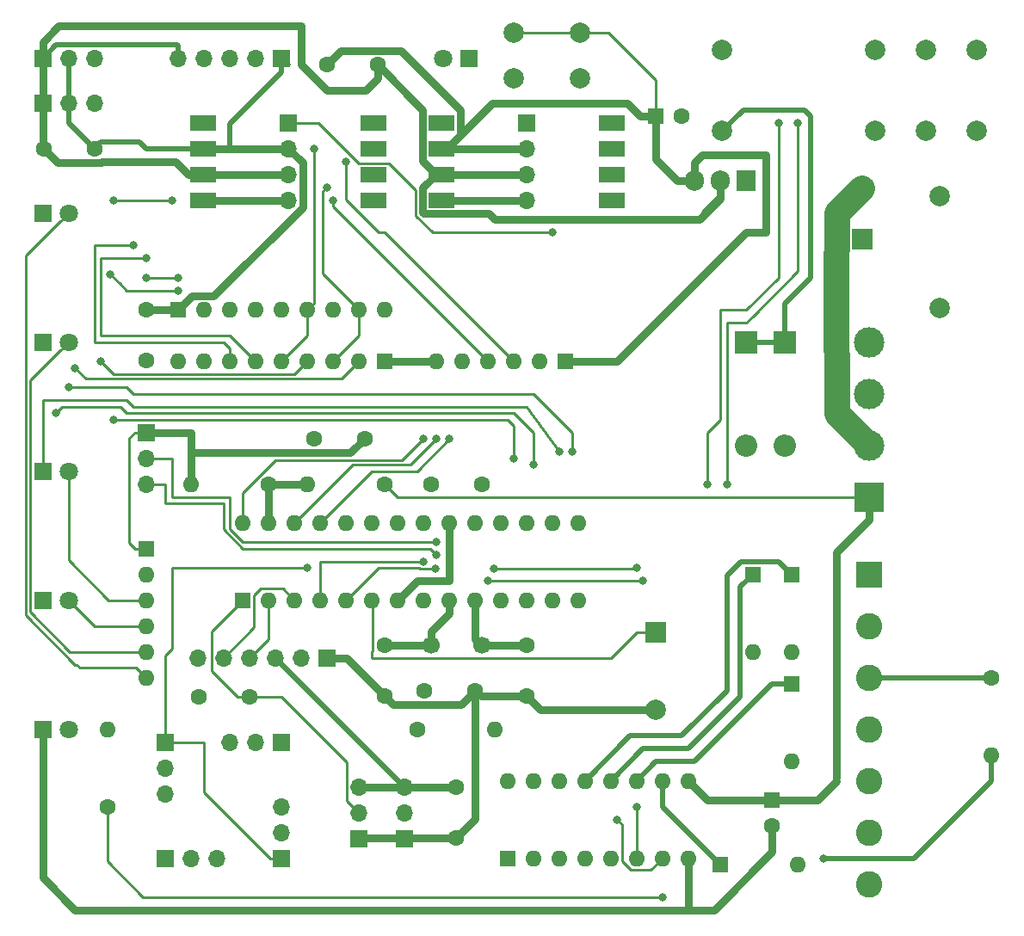
<source format=gbr>
G04 #@! TF.GenerationSoftware,KiCad,Pcbnew,(5.1.9)-1*
G04 #@! TF.CreationDate,2021-03-29T17:49:30-07:00*
G04 #@! TF.ProjectId,DSAMKVIC,4453414d-4b56-4494-932e-6b696361645f,rev?*
G04 #@! TF.SameCoordinates,Original*
G04 #@! TF.FileFunction,Copper,L1,Top*
G04 #@! TF.FilePolarity,Positive*
%FSLAX46Y46*%
G04 Gerber Fmt 4.6, Leading zero omitted, Abs format (unit mm)*
G04 Created by KiCad (PCBNEW (5.1.9)-1) date 2021-03-29 17:49:30*
%MOMM*%
%LPD*%
G01*
G04 APERTURE LIST*
G04 #@! TA.AperFunction,ComponentPad*
%ADD10R,1.600000X1.600000*%
G04 #@! TD*
G04 #@! TA.AperFunction,ComponentPad*
%ADD11O,1.600000X1.600000*%
G04 #@! TD*
G04 #@! TA.AperFunction,ComponentPad*
%ADD12C,1.800000*%
G04 #@! TD*
G04 #@! TA.AperFunction,ComponentPad*
%ADD13R,1.800000X1.800000*%
G04 #@! TD*
G04 #@! TA.AperFunction,ComponentPad*
%ADD14R,1.700000X1.700000*%
G04 #@! TD*
G04 #@! TA.AperFunction,ComponentPad*
%ADD15O,1.700000X1.700000*%
G04 #@! TD*
G04 #@! TA.AperFunction,ComponentPad*
%ADD16C,1.600000*%
G04 #@! TD*
G04 #@! TA.AperFunction,SMDPad,CuDef*
%ADD17R,2.540000X1.520000*%
G04 #@! TD*
G04 #@! TA.AperFunction,ComponentPad*
%ADD18C,2.000000*%
G04 #@! TD*
G04 #@! TA.AperFunction,ComponentPad*
%ADD19R,2.000000X2.000000*%
G04 #@! TD*
G04 #@! TA.AperFunction,ComponentPad*
%ADD20C,2.600000*%
G04 #@! TD*
G04 #@! TA.AperFunction,ComponentPad*
%ADD21R,2.600000X2.600000*%
G04 #@! TD*
G04 #@! TA.AperFunction,ComponentPad*
%ADD22C,1.700000*%
G04 #@! TD*
G04 #@! TA.AperFunction,ComponentPad*
%ADD23R,2.200000X2.200000*%
G04 #@! TD*
G04 #@! TA.AperFunction,ComponentPad*
%ADD24O,2.200000X2.200000*%
G04 #@! TD*
G04 #@! TA.AperFunction,ComponentPad*
%ADD25R,1.905000X2.000000*%
G04 #@! TD*
G04 #@! TA.AperFunction,ComponentPad*
%ADD26O,1.905000X2.000000*%
G04 #@! TD*
G04 #@! TA.AperFunction,ComponentPad*
%ADD27C,3.000000*%
G04 #@! TD*
G04 #@! TA.AperFunction,ComponentPad*
%ADD28R,3.000000X3.000000*%
G04 #@! TD*
G04 #@! TA.AperFunction,ViaPad*
%ADD29C,0.800000*%
G04 #@! TD*
G04 #@! TA.AperFunction,Conductor*
%ADD30C,0.508000*%
G04 #@! TD*
G04 #@! TA.AperFunction,Conductor*
%ADD31C,2.540000*%
G04 #@! TD*
G04 #@! TA.AperFunction,Conductor*
%ADD32C,0.762000*%
G04 #@! TD*
G04 #@! TA.AperFunction,Conductor*
%ADD33C,0.254000*%
G04 #@! TD*
G04 #@! TA.AperFunction,Conductor*
%ADD34C,0.250000*%
G04 #@! TD*
G04 APERTURE END LIST*
D10*
X120015000Y-109855000D03*
D11*
X153035000Y-102235000D03*
X122555000Y-109855000D03*
X150495000Y-102235000D03*
X125095000Y-109855000D03*
X147955000Y-102235000D03*
X127635000Y-109855000D03*
X145415000Y-102235000D03*
X130175000Y-109855000D03*
X142875000Y-102235000D03*
X132715000Y-109855000D03*
X140335000Y-102235000D03*
X135255000Y-109855000D03*
X137795000Y-102235000D03*
X137795000Y-109855000D03*
X135255000Y-102235000D03*
X140335000Y-109855000D03*
X132715000Y-102235000D03*
X142875000Y-109855000D03*
X130175000Y-102235000D03*
X145415000Y-109855000D03*
X127635000Y-102235000D03*
X147955000Y-109855000D03*
X125095000Y-102235000D03*
X150495000Y-109855000D03*
X122555000Y-102235000D03*
X153035000Y-109855000D03*
X120015000Y-102235000D03*
D12*
X102870000Y-84455000D03*
D13*
X100330000Y-84455000D03*
D14*
X110490000Y-93345000D03*
D15*
X110490000Y-95885000D03*
X110490000Y-98425000D03*
D11*
X144780000Y-122555000D03*
D16*
X137160000Y-122555000D03*
D15*
X147955000Y-70485000D03*
X147955000Y-67945000D03*
X147955000Y-65405000D03*
D14*
X147955000Y-62865000D03*
D15*
X124460000Y-70485000D03*
X124460000Y-67945000D03*
X124460000Y-65405000D03*
D14*
X124460000Y-62865000D03*
D10*
X110490000Y-104775000D03*
D11*
X110490000Y-107315000D03*
X110490000Y-109855000D03*
X110490000Y-112395000D03*
X110490000Y-114935000D03*
X110490000Y-117475000D03*
D17*
X116080000Y-70485000D03*
X132840000Y-70485000D03*
X116080000Y-67945000D03*
X132840000Y-67945000D03*
X116080000Y-65405000D03*
X132840000Y-65405000D03*
X116080000Y-62865000D03*
X132840000Y-62865000D03*
D11*
X193675000Y-125095000D03*
D16*
X193675000Y-117475000D03*
D11*
X113665000Y-86360000D03*
X116205000Y-86360000D03*
X118745000Y-86360000D03*
X121285000Y-86360000D03*
X123825000Y-86360000D03*
X126365000Y-86360000D03*
X128905000Y-86360000D03*
X131445000Y-86360000D03*
D10*
X133985000Y-86360000D03*
D16*
X132000000Y-93980000D03*
X127000000Y-93980000D03*
D18*
X160655000Y-120630000D03*
D19*
X160655000Y-113030000D03*
D20*
X181610000Y-137795000D03*
X181610000Y-132715000D03*
X181610000Y-127635000D03*
X181610000Y-122555000D03*
X181610000Y-117475000D03*
X181610000Y-112395000D03*
D21*
X181610000Y-107315000D03*
D11*
X126365000Y-98425000D03*
D16*
X133985000Y-98425000D03*
D11*
X139065000Y-86360000D03*
X141605000Y-86360000D03*
X144145000Y-86360000D03*
X146685000Y-86360000D03*
X149225000Y-86360000D03*
D10*
X151765000Y-86360000D03*
D11*
X133985000Y-81280000D03*
X131445000Y-81280000D03*
X128905000Y-81280000D03*
X126365000Y-81280000D03*
X123825000Y-81280000D03*
X121285000Y-81280000D03*
X118745000Y-81280000D03*
X116205000Y-81280000D03*
D10*
X113665000Y-81280000D03*
D11*
X170180000Y-114935000D03*
D10*
X170180000Y-107315000D03*
D11*
X173990000Y-114935000D03*
D10*
X173990000Y-107315000D03*
D16*
X115650000Y-119380000D03*
X120650000Y-119380000D03*
X133270000Y-57150000D03*
X128270000Y-57150000D03*
D15*
X123825000Y-130175000D03*
X123825000Y-132715000D03*
D14*
X123825000Y-135255000D03*
D15*
X117475000Y-135255000D03*
X114935000Y-135255000D03*
D14*
X112395000Y-135255000D03*
D15*
X112395000Y-128905000D03*
X112395000Y-126365000D03*
D14*
X112395000Y-123825000D03*
D15*
X118745000Y-123825000D03*
X121285000Y-123825000D03*
D14*
X123825000Y-123825000D03*
D15*
X135890000Y-128270000D03*
X135890000Y-130810000D03*
D14*
X135890000Y-133350000D03*
D15*
X131445000Y-128270000D03*
X131445000Y-130810000D03*
D14*
X131445000Y-133350000D03*
D15*
X105410000Y-60960000D03*
X102870000Y-60960000D03*
D14*
X100330000Y-60960000D03*
D15*
X105410000Y-56515000D03*
X102870000Y-56515000D03*
D14*
X100330000Y-56515000D03*
D22*
X143510000Y-114300000D03*
X138510000Y-114300000D03*
D10*
X146050000Y-135255000D03*
D11*
X163830000Y-127635000D03*
X148590000Y-135255000D03*
X161290000Y-127635000D03*
X151130000Y-135255000D03*
X158750000Y-127635000D03*
X153670000Y-135255000D03*
X156210000Y-127635000D03*
X156210000Y-135255000D03*
X153670000Y-127635000D03*
X158750000Y-135255000D03*
X151130000Y-127635000D03*
X161290000Y-135255000D03*
X148590000Y-127635000D03*
X163830000Y-135255000D03*
X146050000Y-127635000D03*
D17*
X139575000Y-70485000D03*
X156335000Y-70485000D03*
X139575000Y-67945000D03*
X156335000Y-67945000D03*
X139575000Y-65405000D03*
X156335000Y-65405000D03*
X139575000Y-62865000D03*
X156335000Y-62865000D03*
D10*
X172085000Y-129540000D03*
D16*
X172085000Y-132040000D03*
D18*
X153185000Y-53975000D03*
X153185000Y-58475000D03*
X146685000Y-53975000D03*
X146685000Y-58475000D03*
D16*
X147955000Y-119300000D03*
X147955000Y-114300000D03*
X133985000Y-114300000D03*
X133985000Y-119300000D03*
D19*
X180975000Y-74295000D03*
D18*
X180975000Y-69295000D03*
D16*
X163155000Y-62230000D03*
D10*
X160655000Y-62230000D03*
D16*
X143510000Y-98425000D03*
X138510000Y-98425000D03*
X137875000Y-118745000D03*
X142875000Y-118745000D03*
D13*
X100330000Y-71755000D03*
D12*
X102870000Y-71755000D03*
X102870000Y-97155000D03*
D13*
X100330000Y-97155000D03*
X100330000Y-109855000D03*
D12*
X102870000Y-109855000D03*
D13*
X100330000Y-122555000D03*
D12*
X102870000Y-122555000D03*
D23*
X169545000Y-84455000D03*
D24*
X169545000Y-94615000D03*
X173355000Y-94615000D03*
D23*
X173355000Y-84455000D03*
D11*
X174625000Y-135890000D03*
D10*
X167005000Y-135890000D03*
X173990000Y-118110000D03*
D11*
X173990000Y-125730000D03*
D14*
X123825000Y-56515000D03*
D15*
X121285000Y-56515000D03*
X118745000Y-56515000D03*
X116205000Y-56515000D03*
X113665000Y-56515000D03*
D18*
X167205000Y-55690000D03*
X167205000Y-63690000D03*
X182205000Y-55690000D03*
X182205000Y-63690000D03*
X187205000Y-55690000D03*
X187205000Y-63690000D03*
X192205000Y-55690000D03*
X192205000Y-63690000D03*
D16*
X122555000Y-98425000D03*
D11*
X114935000Y-98425000D03*
X106680000Y-122555000D03*
D16*
X106680000Y-130175000D03*
D25*
X169545000Y-68580000D03*
D26*
X167005000Y-68580000D03*
X164465000Y-68580000D03*
D16*
X110490000Y-81280000D03*
X110490000Y-86280000D03*
X105410000Y-65405000D03*
X100410000Y-65405000D03*
X140970000Y-133270000D03*
X140970000Y-128270000D03*
D14*
X128270000Y-115570000D03*
D15*
X125730000Y-115570000D03*
X123190000Y-115570000D03*
X120650000Y-115570000D03*
X118110000Y-115570000D03*
X115570000Y-115570000D03*
D27*
X181610000Y-94615000D03*
X181610000Y-89535000D03*
D28*
X181610000Y-99695000D03*
D27*
X181610000Y-84455000D03*
D13*
X142240000Y-56515000D03*
D12*
X139700000Y-56515000D03*
D18*
X188595000Y-70065000D03*
X188595000Y-81065000D03*
D29*
X101600000Y-91440000D03*
X148590000Y-96520000D03*
X151130000Y-95250000D03*
X102870000Y-88900000D03*
X102870000Y-88900000D03*
X152400000Y-95250000D03*
X161290000Y-139065000D03*
X128270000Y-69215000D03*
X127000000Y-65405000D03*
X126365000Y-106680000D03*
X177165000Y-135255000D03*
X174625000Y-62865000D03*
X167640000Y-98425000D03*
X109220000Y-74930000D03*
X137795000Y-106045000D03*
X144145000Y-107950000D03*
X159385000Y-107950000D03*
X172720000Y-62865000D03*
X165735000Y-98425000D03*
X110490000Y-76200000D03*
X138972999Y-106772001D03*
X144687999Y-106772001D03*
X158750000Y-106680000D03*
X139065000Y-104140000D03*
X158750000Y-130175000D03*
X139065000Y-105410000D03*
X156845000Y-131445000D03*
X107315000Y-92075000D03*
X146685000Y-95885000D03*
X107315000Y-70485000D03*
X113030000Y-70485000D03*
X113665000Y-78105000D03*
X110490000Y-78105000D03*
X112395000Y-126365000D03*
X106997500Y-77787500D03*
X113665000Y-79375000D03*
X103505000Y-86995000D03*
X106045000Y-86360000D03*
X130175000Y-66675000D03*
X137795000Y-93980000D03*
X139065000Y-93980000D03*
X128905000Y-70485000D03*
X150495000Y-73660000D03*
X140335000Y-93980000D03*
D30*
X167005000Y-70088000D02*
X165393999Y-71699001D01*
X167005000Y-68580000D02*
X167005000Y-70088000D01*
D31*
X178504999Y-91509999D02*
X181610000Y-94615000D01*
X180975000Y-69295000D02*
X178504999Y-71765001D01*
D32*
X114683000Y-67945000D02*
X113413000Y-66675000D01*
X116715000Y-67945000D02*
X114683000Y-67945000D01*
X139575000Y-67945000D02*
X140110802Y-67945000D01*
X101209999Y-66204999D02*
X100410000Y-65405000D01*
X106183882Y-66675000D02*
X106072881Y-66786001D01*
X101791001Y-66786001D02*
X101209999Y-66204999D01*
X113413000Y-66675000D02*
X106183882Y-66675000D01*
D31*
X178504999Y-71765001D02*
X178435000Y-79375000D01*
X178435000Y-79375000D02*
X178504999Y-91509999D01*
D30*
X113563080Y-55210999D02*
X101634001Y-55210999D01*
X101634001Y-55210999D02*
X100330000Y-56515000D01*
X113665000Y-55312919D02*
X113563080Y-55210999D01*
X113665000Y-56515000D02*
X113665000Y-55312919D01*
D32*
X100330000Y-65325000D02*
X100410000Y-65405000D01*
X100330000Y-56515000D02*
X100330000Y-65325000D01*
D33*
X109436000Y-104775000D02*
X110490000Y-104775000D01*
X109386000Y-93345000D02*
X108862990Y-93868010D01*
X108862990Y-104201990D02*
X109436000Y-104775000D01*
X108862990Y-93868010D02*
X108862990Y-104201990D01*
X110490000Y-93345000D02*
X109386000Y-93345000D01*
D32*
X104886001Y-66786001D02*
X101791001Y-66786001D01*
X106072881Y-66786001D02*
X104886001Y-66786001D01*
X137723999Y-66629801D02*
X139039198Y-67945000D01*
X137723999Y-61603999D02*
X137723999Y-66629801D01*
X133270000Y-57150000D02*
X137723999Y-61603999D01*
X133270000Y-58500000D02*
X133270000Y-57150000D01*
X128270000Y-59690000D02*
X132080000Y-59690000D01*
X100330000Y-56515000D02*
X100330000Y-54903000D01*
X101893000Y-53340000D02*
X125730000Y-53340000D01*
X132080000Y-59690000D02*
X133270000Y-58500000D01*
X100330000Y-54903000D02*
X101893000Y-53340000D01*
X125730000Y-53340000D02*
X125730000Y-57150000D01*
X125730000Y-57150000D02*
X128270000Y-59690000D01*
X139039198Y-67945000D02*
X139575000Y-67945000D01*
X139575000Y-67945000D02*
X147955000Y-67945000D01*
X116080000Y-67945000D02*
X124460000Y-67945000D01*
X172085000Y-134620000D02*
X172085000Y-132040000D01*
X166370000Y-140335000D02*
X172085000Y-134620000D01*
X163830000Y-135255000D02*
X163830000Y-140335000D01*
X163830000Y-140335000D02*
X166370000Y-140335000D01*
X110490000Y-140335000D02*
X163830000Y-140335000D01*
X103505000Y-140335000D02*
X110490000Y-140335000D01*
X100330000Y-137160000D02*
X103505000Y-140335000D01*
X100330000Y-122555000D02*
X100330000Y-137160000D01*
X149285000Y-120630000D02*
X147955000Y-119300000D01*
X160655000Y-120630000D02*
X149285000Y-120630000D01*
X143430000Y-119300000D02*
X142875000Y-118745000D01*
X147955000Y-119300000D02*
X143430000Y-119300000D01*
X134811001Y-120126001D02*
X133985000Y-119300000D01*
X141493999Y-120126001D02*
X134811001Y-120126001D01*
X142875000Y-118745000D02*
X141493999Y-120126001D01*
X130255000Y-115570000D02*
X133985000Y-119300000D01*
X128270000Y-115570000D02*
X130255000Y-115570000D01*
X142875000Y-131365000D02*
X140970000Y-133270000D01*
X142875000Y-118745000D02*
X142875000Y-131365000D01*
X131525000Y-133270000D02*
X131445000Y-133350000D01*
X140970000Y-133270000D02*
X131525000Y-133270000D01*
X144780000Y-72390000D02*
X164957000Y-72390000D01*
X144216001Y-71826001D02*
X144780000Y-72390000D01*
X137840199Y-71826001D02*
X144216001Y-71826001D01*
X164957000Y-72390000D02*
X167005000Y-70342000D01*
X137723999Y-71709801D02*
X137840199Y-71826001D01*
X137723999Y-69260199D02*
X137723999Y-71709801D01*
X167005000Y-70342000D02*
X167005000Y-68580000D01*
X139039198Y-67945000D02*
X137723999Y-69260199D01*
X133985000Y-86360000D02*
X139065000Y-86360000D01*
X110490000Y-93345000D02*
X114935000Y-93345000D01*
X115046001Y-95361001D02*
X114935000Y-95250000D01*
X130618999Y-95361001D02*
X115046001Y-95361001D01*
X114935000Y-95250000D02*
X114935000Y-98425000D01*
X132000000Y-93980000D02*
X130618999Y-95361001D01*
X114935000Y-93345000D02*
X114935000Y-95250000D01*
X142875000Y-113665000D02*
X143510000Y-114300000D01*
X142875000Y-109855000D02*
X142875000Y-113665000D01*
X147955000Y-114300000D02*
X143510000Y-114300000D01*
X133985000Y-114300000D02*
X138510000Y-114300000D01*
X138510000Y-114300000D02*
X138510000Y-112950000D01*
X138510000Y-112950000D02*
X140335000Y-111125000D01*
X140335000Y-111125000D02*
X140335000Y-109855000D01*
X181610000Y-101957000D02*
X178435000Y-105132000D01*
X181610000Y-99695000D02*
X181610000Y-101957000D01*
X178435000Y-105132000D02*
X178435000Y-127292000D01*
D30*
X178435000Y-127292000D02*
X178435000Y-127635000D01*
D32*
X176530000Y-129540000D02*
X172085000Y-129540000D01*
X178435000Y-127635000D02*
X176530000Y-129540000D01*
X165735000Y-129540000D02*
X163830000Y-127635000D01*
X172085000Y-129540000D02*
X165735000Y-129540000D01*
D33*
X135255000Y-99695000D02*
X133985000Y-98425000D01*
X181610000Y-99695000D02*
X135255000Y-99695000D01*
D30*
X105410000Y-65405000D02*
X102870000Y-62865000D01*
X102870000Y-62865000D02*
X102870000Y-56515000D01*
D32*
X164465000Y-68580000D02*
X164465000Y-68532500D01*
X160655000Y-63792000D02*
X160655000Y-62230000D01*
X160655000Y-66484500D02*
X160655000Y-63792000D01*
X162750500Y-68580000D02*
X160655000Y-66484500D01*
X164465000Y-68580000D02*
X162750500Y-68580000D01*
D34*
X160655000Y-61180000D02*
X160655000Y-62230000D01*
X160655000Y-58659998D02*
X160655000Y-61180000D01*
D30*
X124460000Y-57150000D02*
X123825000Y-56515000D01*
X123825000Y-57873000D02*
X118745000Y-62953000D01*
X123825000Y-56515000D02*
X123825000Y-57873000D01*
X118745000Y-62953000D02*
X118745000Y-65405000D01*
X118745000Y-65405000D02*
X118110000Y-65405000D01*
X116715000Y-65405000D02*
X118110000Y-65405000D01*
X118110000Y-65405000D02*
X118493000Y-65405000D01*
D32*
X129069999Y-56350001D02*
X128270000Y-57150000D01*
X129651001Y-55768999D02*
X129069999Y-56350001D01*
X135554801Y-55768999D02*
X129651001Y-55768999D01*
X141426001Y-64063999D02*
X141426001Y-61640199D01*
X140085000Y-65405000D02*
X141426001Y-64063999D01*
X141426001Y-61640199D02*
X135554801Y-55768999D01*
X139575000Y-65405000D02*
X140085000Y-65405000D01*
D30*
X110490000Y-65405000D02*
X109855000Y-64770000D01*
X116080000Y-65405000D02*
X110490000Y-65405000D01*
X106045000Y-64770000D02*
X105410000Y-65405000D01*
X109855000Y-64770000D02*
X106045000Y-64770000D01*
D33*
X146685000Y-53975000D02*
X153185000Y-53975000D01*
X155970002Y-53975000D02*
X160655000Y-58659998D01*
X153185000Y-53975000D02*
X155970002Y-53975000D01*
D32*
X139575000Y-65405000D02*
X147955000Y-65405000D01*
X116080000Y-65405000D02*
X124460000Y-65405000D01*
X140335000Y-102235000D02*
X140335000Y-104775000D01*
X131445000Y-128270000D02*
X140970000Y-128270000D01*
X115046001Y-79898999D02*
X113665000Y-81280000D01*
X117163883Y-79898999D02*
X115046001Y-79898999D01*
X125891001Y-71171881D02*
X117163883Y-79898999D01*
X125891001Y-66836001D02*
X125891001Y-71171881D01*
X124460000Y-65405000D02*
X125891001Y-66836001D01*
X156845000Y-86360000D02*
X151765000Y-86360000D01*
X171450000Y-73660000D02*
X169545000Y-73660000D01*
X171450000Y-66040000D02*
X171450000Y-73660000D01*
X169545000Y-73660000D02*
X156845000Y-86360000D01*
X164465000Y-66818000D02*
X165243000Y-66040000D01*
X165243000Y-66040000D02*
X171450000Y-66040000D01*
X164465000Y-68580000D02*
X164465000Y-66818000D01*
X143966001Y-61523999D02*
X140085000Y-65405000D01*
X144530000Y-60960000D02*
X143966001Y-61523999D01*
X157823000Y-60960000D02*
X144530000Y-60960000D01*
X159093000Y-62230000D02*
X157823000Y-60960000D01*
X160655000Y-62230000D02*
X159093000Y-62230000D01*
X110490000Y-81280000D02*
X113665000Y-81280000D01*
X135255000Y-109855000D02*
X137160000Y-107950000D01*
X137160000Y-107950000D02*
X140335000Y-107950000D01*
X140335000Y-107950000D02*
X140335000Y-104775000D01*
D30*
X123190000Y-115570000D02*
X135890000Y-128270000D01*
D32*
X126365000Y-98425000D02*
X122555000Y-98425000D01*
X122555000Y-102235000D02*
X122555000Y-98425000D01*
D34*
X101970001Y-72654999D02*
X102870000Y-71755000D01*
X98654989Y-111201401D02*
X98654989Y-75970011D01*
X98654989Y-75970011D02*
X101970001Y-72654999D01*
D33*
X109527011Y-116512011D02*
X110490000Y-117475000D01*
X103962771Y-116512011D02*
X109527011Y-116512011D01*
X103655760Y-116205000D02*
X103962771Y-116512011D01*
X103505000Y-116205000D02*
X103655760Y-116205000D01*
X98654989Y-111354989D02*
X103505000Y-116205000D01*
X98654989Y-111201401D02*
X98654989Y-111354989D01*
D34*
X101970001Y-85354999D02*
X102870000Y-84455000D01*
X99104999Y-88220001D02*
X101970001Y-85354999D01*
X99104999Y-111015001D02*
X99104999Y-88220001D01*
D33*
X103021398Y-114935000D02*
X99106999Y-111020601D01*
X110490000Y-114935000D02*
X103021398Y-114935000D01*
D34*
X102235000Y-90805000D02*
X107950000Y-90805000D01*
X107950000Y-90805000D02*
X108585000Y-91440000D01*
X108585000Y-91440000D02*
X146685000Y-91440000D01*
X101600000Y-91440000D02*
X102235000Y-90805000D01*
X146685000Y-91440000D02*
X148590000Y-93345000D01*
D33*
X148590000Y-93345000D02*
X148590000Y-96520000D01*
X148590000Y-96520000D02*
X148590000Y-96520000D01*
D34*
X102870000Y-98427792D02*
X102870000Y-97155000D01*
X102870000Y-105906370D02*
X102870000Y-98427792D01*
D33*
X106818630Y-109855000D02*
X102870000Y-105906370D01*
X110490000Y-109855000D02*
X106818630Y-109855000D01*
D34*
X100330000Y-90170000D02*
X108585000Y-90170000D01*
X100330000Y-97155000D02*
X100330000Y-90170000D01*
X108585000Y-90170000D02*
X109220000Y-90805000D01*
X147955000Y-90805000D02*
X151130000Y-95250000D01*
X109220000Y-90805000D02*
X147955000Y-90805000D01*
X151130000Y-95250000D02*
X151130000Y-95250000D01*
D33*
X105410000Y-112395000D02*
X102870000Y-109855000D01*
X110490000Y-112395000D02*
X105410000Y-112395000D01*
X102870000Y-88900000D02*
X108585000Y-88900000D01*
X108585000Y-88900000D02*
X109220000Y-89535000D01*
X109220000Y-89535000D02*
X148590000Y-89535000D01*
X152400000Y-93345000D02*
X152400000Y-95250000D01*
X148590000Y-89535000D02*
X152400000Y-93345000D01*
X106680000Y-135523724D02*
X106680000Y-130175000D01*
X110221276Y-139065000D02*
X106680000Y-135523724D01*
X161290000Y-139065000D02*
X110221276Y-139065000D01*
D30*
X169545000Y-84455000D02*
X173355000Y-84455000D01*
X175895000Y-74295000D02*
X175895000Y-62230000D01*
X175895000Y-62230000D02*
X175260000Y-61595000D01*
X169300000Y-61595000D02*
X167205000Y-63690000D01*
X175260000Y-61595000D02*
X169300000Y-61595000D01*
X173355000Y-84455000D02*
X173355000Y-80645000D01*
X175895000Y-78105000D02*
X175895000Y-74295000D01*
X173355000Y-80645000D02*
X175895000Y-78105000D01*
X161290000Y-130175000D02*
X167005000Y-135890000D01*
X161290000Y-127635000D02*
X161290000Y-130175000D01*
X172085000Y-118110000D02*
X173990000Y-118110000D01*
X164465000Y-125730000D02*
X172085000Y-118110000D01*
X160655000Y-125730000D02*
X164465000Y-125730000D01*
X158750000Y-127635000D02*
X160655000Y-125730000D01*
D33*
X131445000Y-83820000D02*
X128905000Y-86360000D01*
X131445000Y-81280000D02*
X131445000Y-83820000D01*
X127870001Y-77705001D02*
X131445000Y-81280000D01*
X127870001Y-69614999D02*
X127870001Y-77705001D01*
X128270000Y-69215000D02*
X127870001Y-69614999D01*
X112395000Y-123825000D02*
X116205000Y-123825000D01*
X122721000Y-135255000D02*
X123825000Y-135255000D01*
X116205000Y-128739000D02*
X122721000Y-135255000D01*
X116205000Y-123825000D02*
X116205000Y-128739000D01*
X127000000Y-80645000D02*
X126365000Y-81280000D01*
X127000000Y-65405000D02*
X127000000Y-80645000D01*
X126365000Y-83820000D02*
X123825000Y-86360000D01*
X126365000Y-81280000D02*
X126365000Y-83820000D01*
X112395000Y-115286398D02*
X113030000Y-114651398D01*
X112395000Y-123825000D02*
X112395000Y-115286398D01*
X113030000Y-114651398D02*
X113030000Y-106680000D01*
X113030000Y-106680000D02*
X126365000Y-106680000D01*
D30*
X181610000Y-117475000D02*
X193675000Y-117475000D01*
D33*
X122555000Y-113665000D02*
X120650000Y-115570000D01*
X122555000Y-109855000D02*
X122555000Y-113665000D01*
D30*
X193675000Y-125095000D02*
X193675000Y-127635000D01*
X193675000Y-127635000D02*
X186055000Y-135255000D01*
X186055000Y-135255000D02*
X177165000Y-135255000D01*
X177165000Y-135255000D02*
X177165000Y-135255000D01*
D33*
X121142001Y-112537999D02*
X118110000Y-115570000D01*
X121142001Y-109362999D02*
X121142001Y-112537999D01*
X121777001Y-108727999D02*
X121142001Y-109362999D01*
X123967999Y-108727999D02*
X121777001Y-108727999D01*
X125095000Y-109855000D02*
X123967999Y-108727999D01*
D34*
X174625000Y-73025000D02*
X174625000Y-62865000D01*
D33*
X174625000Y-73025000D02*
X174625000Y-77470000D01*
X174625000Y-77470000D02*
X170180000Y-81915000D01*
X170180000Y-81915000D02*
X169545000Y-82550000D01*
X169545000Y-82550000D02*
X168661398Y-82550000D01*
X168661398Y-82550000D02*
X167640000Y-82550000D01*
X167640000Y-82550000D02*
X167640000Y-98425000D01*
X167640000Y-98425000D02*
X167640000Y-98425000D01*
X118745000Y-86360000D02*
X118745000Y-85090000D01*
X118745000Y-85090000D02*
X118110000Y-84455000D01*
X118110000Y-84455000D02*
X105410000Y-84455000D01*
X105410000Y-84455000D02*
X105410000Y-74930000D01*
X105410000Y-74930000D02*
X109220000Y-74930000D01*
X127635000Y-109855000D02*
X127635000Y-106045000D01*
X128905000Y-106045000D02*
X136525000Y-106045000D01*
X127635000Y-106045000D02*
X128905000Y-106045000D01*
X136525000Y-106045000D02*
X137795000Y-106045000D01*
X137795000Y-106045000D02*
X137795000Y-106045000D01*
X144145000Y-107950000D02*
X159385000Y-107950000D01*
D34*
X172720000Y-73025000D02*
X172720000Y-62865000D01*
D33*
X172720000Y-73025000D02*
X172720000Y-77470000D01*
X172720000Y-77470000D02*
X172720000Y-78105000D01*
X172720000Y-78105000D02*
X169545000Y-81280000D01*
X169545000Y-81280000D02*
X167005000Y-81280000D01*
X167005000Y-81280000D02*
X167005000Y-92075000D01*
X167005000Y-92075000D02*
X165735000Y-93345000D01*
X165735000Y-93345000D02*
X165735000Y-98425000D01*
X165735000Y-98425000D02*
X165735000Y-98425000D01*
X121285000Y-86360000D02*
X118745000Y-83820000D01*
X118745000Y-83820000D02*
X106045000Y-83820000D01*
X106045000Y-83820000D02*
X106045000Y-76200000D01*
X106045000Y-76200000D02*
X110490000Y-76200000D01*
X130175000Y-109855000D02*
X133350000Y-106680000D01*
X133350000Y-106680000D02*
X136525000Y-106680000D01*
X137446039Y-106772001D02*
X138972999Y-106772001D01*
X137354038Y-106680000D02*
X137446039Y-106772001D01*
X136525000Y-106680000D02*
X137354038Y-106680000D01*
X138972999Y-106772001D02*
X138972999Y-106772001D01*
X158657999Y-106772001D02*
X158750000Y-106680000D01*
X144687999Y-106772001D02*
X158657999Y-106772001D01*
X128905000Y-104140000D02*
X120015000Y-104140000D01*
X120015000Y-104140000D02*
X120015000Y-104140000D01*
X110490000Y-95885000D02*
X113030000Y-95885000D01*
X113030000Y-95885000D02*
X113030000Y-99695000D01*
X113030000Y-99695000D02*
X113665000Y-99695000D01*
X120015000Y-104140000D02*
X118745000Y-102870000D01*
X118745000Y-102870000D02*
X118745000Y-99695000D01*
X118745000Y-99695000D02*
X113665000Y-99695000D01*
X128905000Y-104140000D02*
X138430000Y-104140000D01*
X138430000Y-104140000D02*
X138430000Y-104140000D01*
X138430000Y-104140000D02*
X139065000Y-104140000D01*
X139065000Y-104140000D02*
X139065000Y-104140000D01*
X158750000Y-130175000D02*
X158750000Y-135255000D01*
X110490000Y-98425000D02*
X112395000Y-98425000D01*
X112395000Y-98425000D02*
X112395000Y-100330000D01*
X112395000Y-100330000D02*
X118110000Y-100330000D01*
X118110000Y-102877066D02*
X120007934Y-104775000D01*
X118110000Y-100330000D02*
X118110000Y-102877066D01*
X120007934Y-104775000D02*
X128270000Y-104775000D01*
X128270000Y-104775000D02*
X137160000Y-104775000D01*
X137160000Y-104775000D02*
X138430000Y-104775000D01*
X138430000Y-104775000D02*
X139065000Y-105410000D01*
X139065000Y-105410000D02*
X139065000Y-105410000D01*
X160162999Y-136382001D02*
X161290000Y-135255000D01*
X158209039Y-136382001D02*
X160162999Y-136382001D01*
X157337001Y-135509963D02*
X158209039Y-136382001D01*
X157337001Y-131937001D02*
X157337001Y-135509963D01*
X156845000Y-131445000D02*
X157337001Y-131937001D01*
D34*
X107315000Y-92075000D02*
X140196370Y-92075000D01*
D33*
X140196370Y-92075000D02*
X146050000Y-92075000D01*
X146050000Y-92075000D02*
X146685000Y-92710000D01*
X146685000Y-92710000D02*
X146685000Y-95885000D01*
X146685000Y-95885000D02*
X146685000Y-95885000D01*
X107315000Y-70485000D02*
X113030000Y-70485000D01*
X110490000Y-78105000D02*
X113665000Y-78105000D01*
X106997500Y-77787500D02*
X107950000Y-78740000D01*
X107950000Y-78740000D02*
X108585000Y-79375000D01*
X108585000Y-79375000D02*
X113665000Y-79375000D01*
X113665000Y-79375000D02*
X113665000Y-79375000D01*
X129720990Y-88084010D02*
X104594010Y-88084010D01*
X131445000Y-86360000D02*
X129720990Y-88084010D01*
X104594010Y-88084010D02*
X103505000Y-86995000D01*
X103505000Y-86995000D02*
X103505000Y-86995000D01*
X126365000Y-86360000D02*
X125095000Y-87630000D01*
X125095000Y-87630000D02*
X107315000Y-87630000D01*
X107315000Y-87630000D02*
X106045000Y-86360000D01*
X120650000Y-119380000D02*
X123825000Y-119380000D01*
X130267999Y-129632999D02*
X131445000Y-130810000D01*
X130267999Y-125822999D02*
X130267999Y-129632999D01*
X123825000Y-119380000D02*
X130267999Y-125822999D01*
X116932999Y-112937001D02*
X120015000Y-109855000D01*
X116932999Y-116794369D02*
X116932999Y-112937001D01*
X119518630Y-119380000D02*
X116932999Y-116794369D01*
X120650000Y-119380000D02*
X119518630Y-119380000D01*
D30*
X153670000Y-127635000D02*
X158115000Y-123190000D01*
X158115000Y-123190000D02*
X163195000Y-123190000D01*
X163195000Y-123190000D02*
X167640000Y-118745000D01*
X169016799Y-106060999D02*
X172735999Y-106060999D01*
X172735999Y-106060999D02*
X173990000Y-107315000D01*
X167640000Y-107437798D02*
X169016799Y-106060999D01*
X167640000Y-118745000D02*
X167640000Y-107437798D01*
X168925999Y-119364001D02*
X168925999Y-108569001D01*
X168925999Y-108569001D02*
X170180000Y-107315000D01*
X163830000Y-124460000D02*
X168925999Y-119364001D01*
X159385000Y-124460000D02*
X163830000Y-124460000D01*
X156210000Y-127635000D02*
X159385000Y-124460000D01*
D33*
X130175000Y-70438602D02*
X133396398Y-73660000D01*
X130175000Y-66675000D02*
X130175000Y-70438602D01*
X133985000Y-73660000D02*
X146685000Y-86360000D01*
X133396398Y-73660000D02*
X133985000Y-73660000D01*
X123243027Y-96069011D02*
X135705989Y-96069011D01*
X120015000Y-99297038D02*
X123243027Y-96069011D01*
X120015000Y-102235000D02*
X120015000Y-99297038D01*
X135705989Y-96069011D02*
X137795000Y-93980000D01*
X137795000Y-93980000D02*
X137795000Y-93980000D01*
D32*
X116080000Y-70485000D02*
X124460000Y-70485000D01*
D33*
X125095000Y-102235000D02*
X130806979Y-96523021D01*
X130806979Y-96523021D02*
X136521979Y-96523021D01*
X136521979Y-96523021D02*
X139065000Y-93980000D01*
X139065000Y-93980000D02*
X139065000Y-93980000D01*
X144145000Y-86360000D02*
X128905000Y-71120000D01*
X128905000Y-71120000D02*
X128905000Y-70485000D01*
X128905000Y-70485000D02*
X128905000Y-70485000D01*
D34*
X137017989Y-72002239D02*
X138675750Y-73660000D01*
X137017989Y-69507987D02*
X137017989Y-72002239D01*
X134370001Y-66859999D02*
X137017989Y-69507987D01*
X131433001Y-66859999D02*
X134370001Y-66859999D01*
X127438002Y-62865000D02*
X131433001Y-66859999D01*
X124460000Y-62865000D02*
X127438002Y-62865000D01*
X138675750Y-73660000D02*
X150495000Y-73660000D01*
X150495000Y-73660000D02*
X150495000Y-73660000D01*
D33*
X139700000Y-70610000D02*
X139575000Y-70485000D01*
D32*
X139575000Y-70485000D02*
X147955000Y-70485000D01*
D33*
X127635000Y-102235000D02*
X132715000Y-97155000D01*
X132715000Y-97155000D02*
X137160000Y-97155000D01*
X137160000Y-97155000D02*
X140335000Y-93980000D01*
X140335000Y-93980000D02*
X140335000Y-93980000D01*
X160655000Y-113030000D02*
X158750000Y-113030000D01*
X158750000Y-113030000D02*
X156210000Y-115570000D01*
X156210000Y-115570000D02*
X132715000Y-115570000D01*
X132715000Y-115570000D02*
X132715000Y-114935000D01*
X132807001Y-114842999D02*
X132715000Y-114935000D01*
X132807001Y-109947001D02*
X132807001Y-114842999D01*
X132715000Y-109855000D02*
X132807001Y-109947001D01*
M02*

</source>
